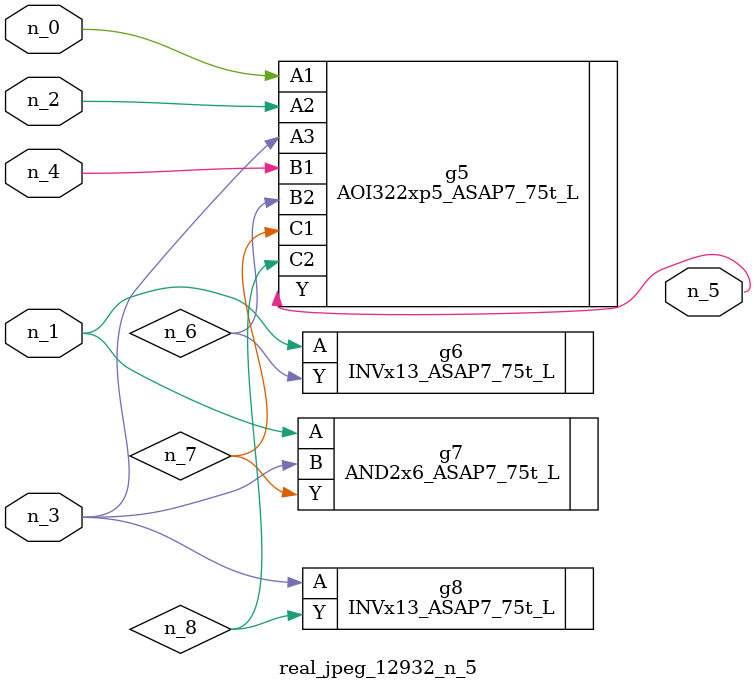
<source format=v>
module real_jpeg_12932_n_5 (n_4, n_0, n_1, n_2, n_3, n_5);

input n_4;
input n_0;
input n_1;
input n_2;
input n_3;

output n_5;

wire n_8;
wire n_6;
wire n_7;

AOI322xp5_ASAP7_75t_L g5 ( 
.A1(n_0),
.A2(n_2),
.A3(n_3),
.B1(n_4),
.B2(n_6),
.C1(n_7),
.C2(n_8),
.Y(n_5)
);

INVx13_ASAP7_75t_L g6 ( 
.A(n_1),
.Y(n_6)
);

AND2x6_ASAP7_75t_L g7 ( 
.A(n_1),
.B(n_3),
.Y(n_7)
);

INVx13_ASAP7_75t_L g8 ( 
.A(n_3),
.Y(n_8)
);


endmodule
</source>
